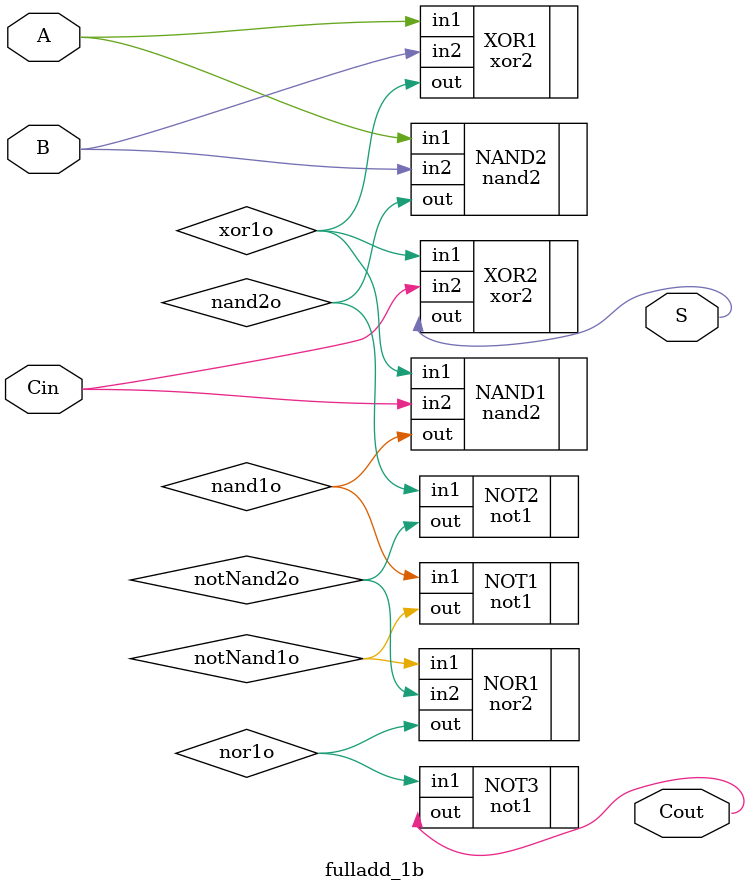
<source format=v>
module fulladd_1b(A, B, Cin, S, Cout);
    input A, B, Cin;
    output S, Cout;
    wire xor1o, nand1o, nand2o, nor1o;
    wire notNand1o, notNand2o;

    xor2 XOR1(.in1(A), .in2(B), .out(xor1o));
    xor2 XOR2(.in1(xor1o), .in2(Cin), .out(S));
    nand2 NAND1(.in1(xor1o), .in2(Cin), .out(nand1o));
    nand2 NAND2(.in1(A), .in2(B), .out(nand2o));
    not1 NOT1(.in1(nand1o), .out(notNand1o));
    not1 NOT2(.in1(nand2o), .out(notNand2o));
    nor2 NOR1(.in1(notNand1o), .in2(notNand2o), .out(nor1o));
    not1 NOT3(.in1(nor1o), .out(Cout));
endmodule

</source>
